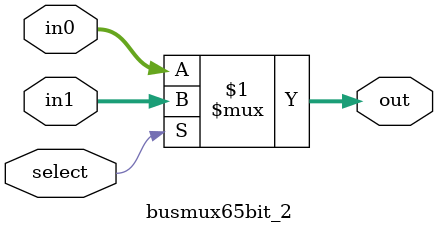
<source format=v>
module busmux65bit_2(out, select, in0, in1);
    input select;
    input [64:0] in0, in1;
    output [64:0] out;
    assign out = select ? in1 : in0;
endmodule
</source>
